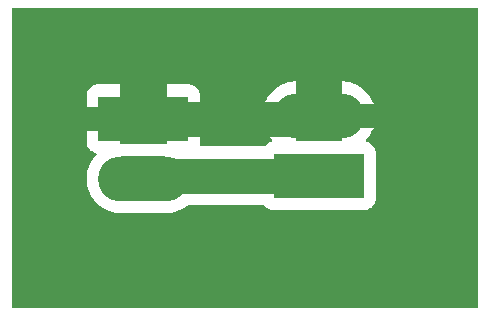
<source format=gbl>
G04 Layer: BottomLayer*
G04 EasyEDA v6.5.22, 2023-02-02 23:18:30*
G04 7e9b6633e63c4f3a8f4973b32acf6046,1155796f3fab4927abb0b91c794f2a8a,10*
G04 Gerber Generator version 0.2*
G04 Scale: 100 percent, Rotated: No, Reflected: No *
G04 Dimensions in millimeters *
G04 leading zeros omitted , absolute positions ,4 integer and 5 decimal *
%FSLAX45Y45*%
%MOMM*%

%ADD10C,3.0000*%
%ADD11O,7.62X3.81*%
%ADD12R,7.6200X3.8100*%

%LPD*%
G36*
X736092Y6025896D02*
G01*
X732180Y6026658D01*
X728878Y6028893D01*
X726694Y6032144D01*
X725932Y6036056D01*
X725932Y8563914D01*
X726694Y8567826D01*
X728878Y8571077D01*
X732180Y8573312D01*
X736092Y8574074D01*
X4663948Y8574074D01*
X4667808Y8573312D01*
X4671110Y8571077D01*
X4673295Y8567826D01*
X4674108Y8563914D01*
X4674108Y6036056D01*
X4673295Y6032144D01*
X4671110Y6028893D01*
X4667808Y6026658D01*
X4663948Y6025896D01*
G37*

%LPC*%
G36*
X1651203Y6833666D02*
G01*
X2031796Y6833666D01*
X2055418Y6834631D01*
X2078685Y6837476D01*
X2101646Y6842150D01*
X2124151Y6848652D01*
X2146046Y6856984D01*
X2167229Y6867042D01*
X2187549Y6878726D01*
X2206802Y6892086D01*
X2213254Y6897319D01*
X2216251Y6898995D01*
X2219655Y6899605D01*
X2861056Y6899605D01*
X2865272Y6898690D01*
X2868676Y6896150D01*
X2875330Y6888530D01*
X2885236Y6879894D01*
X2896158Y6872579D01*
X2907944Y6866737D01*
X2920390Y6862521D01*
X2933293Y6859981D01*
X2946755Y6859066D01*
X3708044Y6859066D01*
X3721506Y6859981D01*
X3734409Y6862521D01*
X3746855Y6866737D01*
X3758641Y6872579D01*
X3769563Y6879894D01*
X3779469Y6888530D01*
X3788105Y6898436D01*
X3795420Y6909358D01*
X3801211Y6921144D01*
X3805478Y6933590D01*
X3808018Y6946493D01*
X3808933Y6959955D01*
X3808933Y7340244D01*
X3808018Y7353706D01*
X3805478Y7366609D01*
X3801211Y7379055D01*
X3795420Y7390841D01*
X3788105Y7401763D01*
X3779469Y7411669D01*
X3769563Y7420305D01*
X3758641Y7427620D01*
X3746855Y7433411D01*
X3734409Y7437678D01*
X3731768Y7438186D01*
X3727704Y7439964D01*
X3724808Y7443266D01*
X3723589Y7447483D01*
X3724249Y7451801D01*
X3726687Y7455458D01*
X3743299Y7474051D01*
X3757371Y7492796D01*
X3769918Y7512608D01*
X3780790Y7533335D01*
X3790543Y7556500D01*
X3524250Y7556500D01*
X3524250Y7451242D01*
X3523487Y7447381D01*
X3521252Y7444079D01*
X3518001Y7441895D01*
X3514090Y7441082D01*
X3140710Y7441082D01*
X3136798Y7441895D01*
X3133547Y7444079D01*
X3131312Y7447381D01*
X3130550Y7451242D01*
X3130550Y7556500D01*
X2864256Y7556500D01*
X2874010Y7533335D01*
X2884881Y7512608D01*
X2897428Y7492796D01*
X2911500Y7474051D01*
X2928112Y7455458D01*
X2930550Y7451801D01*
X2931210Y7447483D01*
X2929991Y7443266D01*
X2927096Y7439964D01*
X2923032Y7438186D01*
X2920390Y7437678D01*
X2907944Y7433411D01*
X2896158Y7427620D01*
X2885236Y7420305D01*
X2875330Y7411669D01*
X2868676Y7404049D01*
X2865272Y7401509D01*
X2861056Y7400594D01*
X2328468Y7400594D01*
X2324709Y7401306D01*
X2321458Y7403388D01*
X2319223Y7406538D01*
X2318308Y7410246D01*
X2318816Y7414056D01*
X2319578Y7416190D01*
X2322118Y7429093D01*
X2323033Y7442555D01*
X2323033Y7531100D01*
X2038350Y7531100D01*
X2038350Y7425842D01*
X2037588Y7421981D01*
X2035352Y7418679D01*
X2032101Y7416495D01*
X2028189Y7415682D01*
X1654810Y7415682D01*
X1650898Y7416495D01*
X1647647Y7418679D01*
X1645412Y7421981D01*
X1644650Y7425842D01*
X1644650Y7531100D01*
X1360017Y7531100D01*
X1360017Y7442555D01*
X1360881Y7429093D01*
X1363421Y7416190D01*
X1367688Y7403744D01*
X1373479Y7391958D01*
X1380794Y7381036D01*
X1389430Y7371130D01*
X1399336Y7362494D01*
X1410258Y7355179D01*
X1422044Y7349337D01*
X1434490Y7345121D01*
X1437132Y7344613D01*
X1441196Y7342835D01*
X1444091Y7339533D01*
X1445310Y7335316D01*
X1444650Y7330998D01*
X1442212Y7327341D01*
X1425600Y7308748D01*
X1411528Y7290003D01*
X1398981Y7270191D01*
X1388110Y7249464D01*
X1378915Y7227874D01*
X1371498Y7205675D01*
X1365859Y7182916D01*
X1362100Y7159752D01*
X1360220Y7136434D01*
X1360220Y7112965D01*
X1362100Y7089648D01*
X1365859Y7066483D01*
X1371498Y7043724D01*
X1378915Y7021525D01*
X1388110Y6999935D01*
X1398981Y6979208D01*
X1411528Y6959396D01*
X1425600Y6940651D01*
X1441145Y6923125D01*
X1458010Y6906869D01*
X1476197Y6892086D01*
X1495450Y6878726D01*
X1515770Y6867042D01*
X1536954Y6856984D01*
X1558848Y6848652D01*
X1581353Y6842150D01*
X1604314Y6837476D01*
X1627581Y6834631D01*
G37*
G36*
X1360017Y7734300D02*
G01*
X1644650Y7734300D01*
X1644650Y7923682D01*
X1460855Y7923682D01*
X1447393Y7922818D01*
X1434490Y7920278D01*
X1422044Y7916011D01*
X1410258Y7910220D01*
X1399336Y7902905D01*
X1389430Y7894269D01*
X1380794Y7884363D01*
X1373479Y7873441D01*
X1367688Y7861655D01*
X1363421Y7849209D01*
X1360881Y7836306D01*
X1360017Y7822844D01*
G37*
G36*
X2038350Y7734300D02*
G01*
X2323033Y7734300D01*
X2323033Y7822844D01*
X2322118Y7836306D01*
X2319578Y7849209D01*
X2315311Y7861655D01*
X2309520Y7873441D01*
X2302205Y7884363D01*
X2293569Y7894269D01*
X2283663Y7902905D01*
X2272741Y7910220D01*
X2260955Y7916011D01*
X2248509Y7920278D01*
X2235606Y7922818D01*
X2222144Y7923682D01*
X2038350Y7923682D01*
G37*
G36*
X2864256Y7759700D02*
G01*
X3130550Y7759700D01*
X3130550Y7948828D01*
X3113481Y7948168D01*
X3090214Y7945323D01*
X3067253Y7940649D01*
X3044748Y7934147D01*
X3022854Y7925816D01*
X3001670Y7915757D01*
X2981350Y7904073D01*
X2962097Y7890713D01*
X2943910Y7875930D01*
X2927045Y7859674D01*
X2911500Y7842148D01*
X2897428Y7823403D01*
X2884881Y7803591D01*
X2874010Y7782864D01*
G37*
G36*
X3524250Y7759700D02*
G01*
X3790543Y7759700D01*
X3780790Y7782864D01*
X3769918Y7803591D01*
X3757371Y7823403D01*
X3743299Y7842148D01*
X3727754Y7859674D01*
X3710889Y7875930D01*
X3692702Y7890713D01*
X3673449Y7904073D01*
X3653129Y7915757D01*
X3631946Y7925816D01*
X3610051Y7934147D01*
X3587546Y7940649D01*
X3564585Y7945323D01*
X3541318Y7948168D01*
X3524250Y7948828D01*
G37*

%LPD*%
D10*
X3327400Y7658100D02*
G01*
X3302000Y7632700D01*
X1841500Y7632700D01*
X1841500Y7124700D02*
G01*
X1866900Y7150100D01*
X3327400Y7150100D01*
D11*
G01*
X1841500Y7124700D03*
D12*
G01*
X1841500Y7632700D03*
D11*
G01*
X3327400Y7658100D03*
D12*
G01*
X3327400Y7150100D03*
M02*

</source>
